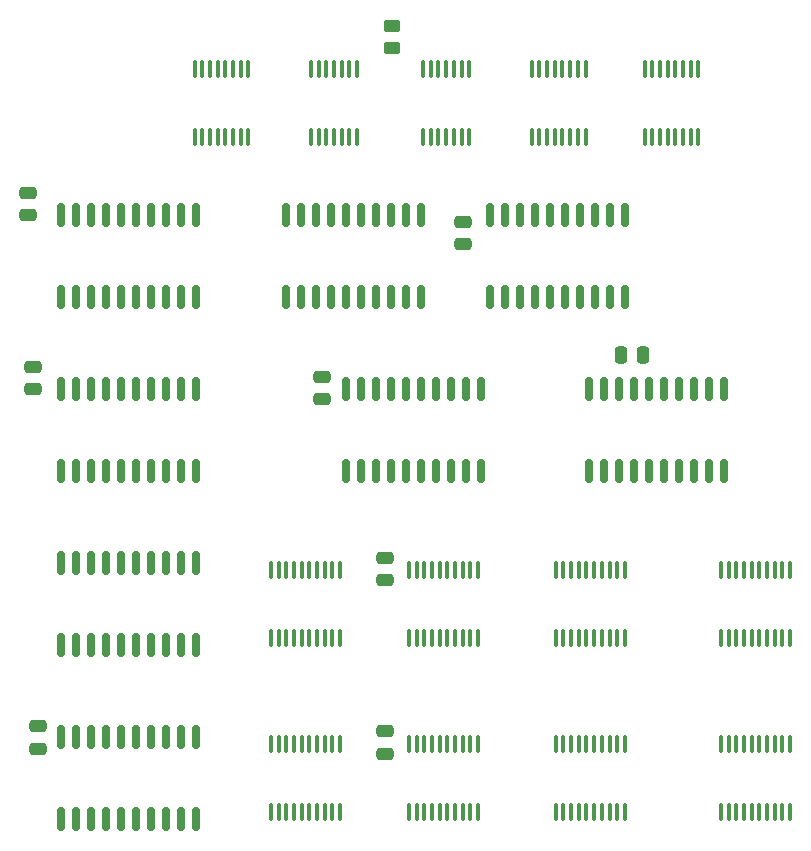
<source format=gbr>
%TF.GenerationSoftware,KiCad,Pcbnew,(6.0.0-0)*%
%TF.CreationDate,2022-02-14T21:13:18-05:00*%
%TF.ProjectId,Minified-Gpr,4d696e69-6669-4656-942d-4770722e6b69,rev?*%
%TF.SameCoordinates,Original*%
%TF.FileFunction,Paste,Top*%
%TF.FilePolarity,Positive*%
%FSLAX46Y46*%
G04 Gerber Fmt 4.6, Leading zero omitted, Abs format (unit mm)*
G04 Created by KiCad (PCBNEW (6.0.0-0)) date 2022-02-14 21:13:18*
%MOMM*%
%LPD*%
G01*
G04 APERTURE LIST*
G04 Aperture macros list*
%AMRoundRect*
0 Rectangle with rounded corners*
0 $1 Rounding radius*
0 $2 $3 $4 $5 $6 $7 $8 $9 X,Y pos of 4 corners*
0 Add a 4 corners polygon primitive as box body*
4,1,4,$2,$3,$4,$5,$6,$7,$8,$9,$2,$3,0*
0 Add four circle primitives for the rounded corners*
1,1,$1+$1,$2,$3*
1,1,$1+$1,$4,$5*
1,1,$1+$1,$6,$7*
1,1,$1+$1,$8,$9*
0 Add four rect primitives between the rounded corners*
20,1,$1+$1,$2,$3,$4,$5,0*
20,1,$1+$1,$4,$5,$6,$7,0*
20,1,$1+$1,$6,$7,$8,$9,0*
20,1,$1+$1,$8,$9,$2,$3,0*%
G04 Aperture macros list end*
%ADD10RoundRect,0.250000X0.475000X-0.250000X0.475000X0.250000X-0.475000X0.250000X-0.475000X-0.250000X0*%
%ADD11RoundRect,0.100000X0.100000X-0.637500X0.100000X0.637500X-0.100000X0.637500X-0.100000X-0.637500X0*%
%ADD12RoundRect,0.150000X0.150000X-0.837500X0.150000X0.837500X-0.150000X0.837500X-0.150000X-0.837500X0*%
%ADD13RoundRect,0.250000X-0.450000X0.262500X-0.450000X-0.262500X0.450000X-0.262500X0.450000X0.262500X0*%
%ADD14RoundRect,0.250000X-0.475000X0.250000X-0.475000X-0.250000X0.475000X-0.250000X0.475000X0.250000X0*%
%ADD15RoundRect,0.250000X-0.250000X-0.475000X0.250000X-0.475000X0.250000X0.475000X-0.250000X0.475000X0*%
G04 APERTURE END LIST*
D10*
%TO.C,C7*%
X104770000Y-133580000D03*
X104770000Y-131680000D03*
%TD*%
D11*
%TO.C,U20*%
X98507000Y-81348500D03*
X99157000Y-81348500D03*
X99807000Y-81348500D03*
X100457000Y-81348500D03*
X101107000Y-81348500D03*
X101757000Y-81348500D03*
X102407000Y-81348500D03*
X102407000Y-75623500D03*
X101757000Y-75623500D03*
X101107000Y-75623500D03*
X100457000Y-75623500D03*
X99807000Y-75623500D03*
X99157000Y-75623500D03*
X98507000Y-75623500D03*
%TD*%
%TO.C,U18*%
X133219000Y-138498500D03*
X133869000Y-138498500D03*
X134519000Y-138498500D03*
X135169000Y-138498500D03*
X135819000Y-138498500D03*
X136469000Y-138498500D03*
X137119000Y-138498500D03*
X137769000Y-138498500D03*
X138419000Y-138498500D03*
X139069000Y-138498500D03*
X139069000Y-132773500D03*
X138419000Y-132773500D03*
X137769000Y-132773500D03*
X137119000Y-132773500D03*
X136469000Y-132773500D03*
X135819000Y-132773500D03*
X135169000Y-132773500D03*
X134519000Y-132773500D03*
X133869000Y-132773500D03*
X133219000Y-132773500D03*
%TD*%
%TO.C,U8*%
X95119000Y-123766500D03*
X95769000Y-123766500D03*
X96419000Y-123766500D03*
X97069000Y-123766500D03*
X97719000Y-123766500D03*
X98369000Y-123766500D03*
X99019000Y-123766500D03*
X99669000Y-123766500D03*
X100319000Y-123766500D03*
X100969000Y-123766500D03*
X100969000Y-118041500D03*
X100319000Y-118041500D03*
X99669000Y-118041500D03*
X99019000Y-118041500D03*
X98369000Y-118041500D03*
X97719000Y-118041500D03*
X97069000Y-118041500D03*
X96419000Y-118041500D03*
X95769000Y-118041500D03*
X95119000Y-118041500D03*
%TD*%
D12*
%TO.C,U7*%
X77343000Y-139098500D03*
X78613000Y-139098500D03*
X79883000Y-139098500D03*
X81153000Y-139098500D03*
X82423000Y-139098500D03*
X83693000Y-139098500D03*
X84963000Y-139098500D03*
X86233000Y-139098500D03*
X87503000Y-139098500D03*
X88773000Y-139098500D03*
X88773000Y-132173500D03*
X87503000Y-132173500D03*
X86233000Y-132173500D03*
X84963000Y-132173500D03*
X83693000Y-132173500D03*
X82423000Y-132173500D03*
X81153000Y-132173500D03*
X79883000Y-132173500D03*
X78613000Y-132173500D03*
X77343000Y-132173500D03*
%TD*%
D10*
%TO.C,C8*%
X104820000Y-118870000D03*
X104820000Y-116970000D03*
%TD*%
D11*
%TO.C,U19*%
X126757000Y-81348500D03*
X127407000Y-81348500D03*
X128057000Y-81348500D03*
X128707000Y-81348500D03*
X129357000Y-81348500D03*
X130007000Y-81348500D03*
X130657000Y-81348500D03*
X131307000Y-81348500D03*
X131307000Y-75623500D03*
X130657000Y-75623500D03*
X130007000Y-75623500D03*
X129357000Y-75623500D03*
X128707000Y-75623500D03*
X128057000Y-75623500D03*
X127407000Y-75623500D03*
X126757000Y-75623500D03*
%TD*%
D13*
%TO.C,R1*%
X105410000Y-71985500D03*
X105410000Y-73810500D03*
%TD*%
D14*
%TO.C,C2*%
X111420000Y-88520000D03*
X111420000Y-90420000D03*
%TD*%
D11*
%TO.C,U15*%
X119245000Y-123762500D03*
X119895000Y-123762500D03*
X120545000Y-123762500D03*
X121195000Y-123762500D03*
X121845000Y-123762500D03*
X122495000Y-123762500D03*
X123145000Y-123762500D03*
X123795000Y-123762500D03*
X124445000Y-123762500D03*
X125095000Y-123762500D03*
X125095000Y-118037500D03*
X124445000Y-118037500D03*
X123795000Y-118037500D03*
X123145000Y-118037500D03*
X122495000Y-118037500D03*
X121845000Y-118037500D03*
X121195000Y-118037500D03*
X120545000Y-118037500D03*
X119895000Y-118037500D03*
X119245000Y-118037500D03*
%TD*%
D10*
%TO.C,C4*%
X75380000Y-133130000D03*
X75380000Y-131230000D03*
%TD*%
D12*
%TO.C,U1*%
X96393000Y-94902500D03*
X97663000Y-94902500D03*
X98933000Y-94902500D03*
X100203000Y-94902500D03*
X101473000Y-94902500D03*
X102743000Y-94902500D03*
X104013000Y-94902500D03*
X105283000Y-94902500D03*
X106553000Y-94902500D03*
X107823000Y-94902500D03*
X107823000Y-87977500D03*
X106553000Y-87977500D03*
X105283000Y-87977500D03*
X104013000Y-87977500D03*
X102743000Y-87977500D03*
X101473000Y-87977500D03*
X100203000Y-87977500D03*
X98933000Y-87977500D03*
X97663000Y-87977500D03*
X96393000Y-87977500D03*
%TD*%
D11*
%TO.C,U17*%
X119245000Y-138502500D03*
X119895000Y-138502500D03*
X120545000Y-138502500D03*
X121195000Y-138502500D03*
X121845000Y-138502500D03*
X122495000Y-138502500D03*
X123145000Y-138502500D03*
X123795000Y-138502500D03*
X124445000Y-138502500D03*
X125095000Y-138502500D03*
X125095000Y-132777500D03*
X124445000Y-132777500D03*
X123795000Y-132777500D03*
X123145000Y-132777500D03*
X122495000Y-132777500D03*
X121845000Y-132777500D03*
X121195000Y-132777500D03*
X120545000Y-132777500D03*
X119895000Y-132777500D03*
X119245000Y-132777500D03*
%TD*%
%TO.C,U2*%
X88657000Y-81348500D03*
X89307000Y-81348500D03*
X89957000Y-81348500D03*
X90607000Y-81348500D03*
X91257000Y-81348500D03*
X91907000Y-81348500D03*
X92557000Y-81348500D03*
X93207000Y-81348500D03*
X93207000Y-75623500D03*
X92557000Y-75623500D03*
X91907000Y-75623500D03*
X91257000Y-75623500D03*
X90607000Y-75623500D03*
X89957000Y-75623500D03*
X89307000Y-75623500D03*
X88657000Y-75623500D03*
%TD*%
%TO.C,U10*%
X95119000Y-138498500D03*
X95769000Y-138498500D03*
X96419000Y-138498500D03*
X97069000Y-138498500D03*
X97719000Y-138498500D03*
X98369000Y-138498500D03*
X99019000Y-138498500D03*
X99669000Y-138498500D03*
X100319000Y-138498500D03*
X100969000Y-138498500D03*
X100969000Y-132773500D03*
X100319000Y-132773500D03*
X99669000Y-132773500D03*
X99019000Y-132773500D03*
X98369000Y-132773500D03*
X97719000Y-132773500D03*
X97069000Y-132773500D03*
X96419000Y-132773500D03*
X95769000Y-132773500D03*
X95119000Y-132773500D03*
%TD*%
D10*
%TO.C,C6*%
X74960000Y-102700000D03*
X74960000Y-100800000D03*
%TD*%
D15*
%TO.C,C5*%
X124770000Y-99810000D03*
X126670000Y-99810000D03*
%TD*%
D12*
%TO.C,U5*%
X77343000Y-109634500D03*
X78613000Y-109634500D03*
X79883000Y-109634500D03*
X81153000Y-109634500D03*
X82423000Y-109634500D03*
X83693000Y-109634500D03*
X84963000Y-109634500D03*
X86233000Y-109634500D03*
X87503000Y-109634500D03*
X88773000Y-109634500D03*
X88773000Y-102709500D03*
X87503000Y-102709500D03*
X86233000Y-102709500D03*
X84963000Y-102709500D03*
X83693000Y-102709500D03*
X82423000Y-102709500D03*
X81153000Y-102709500D03*
X79883000Y-102709500D03*
X78613000Y-102709500D03*
X77343000Y-102709500D03*
%TD*%
%TO.C,U13*%
X113665000Y-94902500D03*
X114935000Y-94902500D03*
X116205000Y-94902500D03*
X117475000Y-94902500D03*
X118745000Y-94902500D03*
X120015000Y-94902500D03*
X121285000Y-94902500D03*
X122555000Y-94902500D03*
X123825000Y-94902500D03*
X125095000Y-94902500D03*
X125095000Y-87977500D03*
X123825000Y-87977500D03*
X122555000Y-87977500D03*
X121285000Y-87977500D03*
X120015000Y-87977500D03*
X118745000Y-87977500D03*
X117475000Y-87977500D03*
X116205000Y-87977500D03*
X114935000Y-87977500D03*
X113665000Y-87977500D03*
%TD*%
%TO.C,U14*%
X122065000Y-109598500D03*
X123335000Y-109598500D03*
X124605000Y-109598500D03*
X125875000Y-109598500D03*
X127145000Y-109598500D03*
X128415000Y-109598500D03*
X129685000Y-109598500D03*
X130955000Y-109598500D03*
X132225000Y-109598500D03*
X133495000Y-109598500D03*
X133495000Y-102673500D03*
X132225000Y-102673500D03*
X130955000Y-102673500D03*
X129685000Y-102673500D03*
X128415000Y-102673500D03*
X127145000Y-102673500D03*
X125875000Y-102673500D03*
X124605000Y-102673500D03*
X123335000Y-102673500D03*
X122065000Y-102673500D03*
%TD*%
D10*
%TO.C,C3*%
X99480000Y-103560000D03*
X99480000Y-101660000D03*
%TD*%
D11*
%TO.C,U11*%
X106803000Y-138498500D03*
X107453000Y-138498500D03*
X108103000Y-138498500D03*
X108753000Y-138498500D03*
X109403000Y-138498500D03*
X110053000Y-138498500D03*
X110703000Y-138498500D03*
X111353000Y-138498500D03*
X112003000Y-138498500D03*
X112653000Y-138498500D03*
X112653000Y-132773500D03*
X112003000Y-132773500D03*
X111353000Y-132773500D03*
X110703000Y-132773500D03*
X110053000Y-132773500D03*
X109403000Y-132773500D03*
X108753000Y-132773500D03*
X108103000Y-132773500D03*
X107453000Y-132773500D03*
X106803000Y-132773500D03*
%TD*%
%TO.C,U21*%
X108012000Y-81348500D03*
X108662000Y-81348500D03*
X109312000Y-81348500D03*
X109962000Y-81348500D03*
X110612000Y-81348500D03*
X111262000Y-81348500D03*
X111912000Y-81348500D03*
X111912000Y-75623500D03*
X111262000Y-75623500D03*
X110612000Y-75623500D03*
X109962000Y-75623500D03*
X109312000Y-75623500D03*
X108662000Y-75623500D03*
X108012000Y-75623500D03*
%TD*%
%TO.C,U9*%
X106803000Y-123766500D03*
X107453000Y-123766500D03*
X108103000Y-123766500D03*
X108753000Y-123766500D03*
X109403000Y-123766500D03*
X110053000Y-123766500D03*
X110703000Y-123766500D03*
X111353000Y-123766500D03*
X112003000Y-123766500D03*
X112653000Y-123766500D03*
X112653000Y-118041500D03*
X112003000Y-118041500D03*
X111353000Y-118041500D03*
X110703000Y-118041500D03*
X110053000Y-118041500D03*
X109403000Y-118041500D03*
X108753000Y-118041500D03*
X108103000Y-118041500D03*
X107453000Y-118041500D03*
X106803000Y-118041500D03*
%TD*%
%TO.C,U16*%
X133219000Y-123766500D03*
X133869000Y-123766500D03*
X134519000Y-123766500D03*
X135169000Y-123766500D03*
X135819000Y-123766500D03*
X136469000Y-123766500D03*
X137119000Y-123766500D03*
X137769000Y-123766500D03*
X138419000Y-123766500D03*
X139069000Y-123766500D03*
X139069000Y-118041500D03*
X138419000Y-118041500D03*
X137769000Y-118041500D03*
X137119000Y-118041500D03*
X136469000Y-118041500D03*
X135819000Y-118041500D03*
X135169000Y-118041500D03*
X134519000Y-118041500D03*
X133869000Y-118041500D03*
X133219000Y-118041500D03*
%TD*%
D12*
%TO.C,U4*%
X77343000Y-94902500D03*
X78613000Y-94902500D03*
X79883000Y-94902500D03*
X81153000Y-94902500D03*
X82423000Y-94902500D03*
X83693000Y-94902500D03*
X84963000Y-94902500D03*
X86233000Y-94902500D03*
X87503000Y-94902500D03*
X88773000Y-94902500D03*
X88773000Y-87977500D03*
X87503000Y-87977500D03*
X86233000Y-87977500D03*
X84963000Y-87977500D03*
X83693000Y-87977500D03*
X82423000Y-87977500D03*
X81153000Y-87977500D03*
X79883000Y-87977500D03*
X78613000Y-87977500D03*
X77343000Y-87977500D03*
%TD*%
D10*
%TO.C,C1*%
X74550000Y-87960000D03*
X74550000Y-86060000D03*
%TD*%
D12*
%TO.C,U6*%
X77343000Y-124366500D03*
X78613000Y-124366500D03*
X79883000Y-124366500D03*
X81153000Y-124366500D03*
X82423000Y-124366500D03*
X83693000Y-124366500D03*
X84963000Y-124366500D03*
X86233000Y-124366500D03*
X87503000Y-124366500D03*
X88773000Y-124366500D03*
X88773000Y-117441500D03*
X87503000Y-117441500D03*
X86233000Y-117441500D03*
X84963000Y-117441500D03*
X83693000Y-117441500D03*
X82423000Y-117441500D03*
X81153000Y-117441500D03*
X79883000Y-117441500D03*
X78613000Y-117441500D03*
X77343000Y-117441500D03*
%TD*%
D11*
%TO.C,U3*%
X117212000Y-81348500D03*
X117862000Y-81348500D03*
X118512000Y-81348500D03*
X119162000Y-81348500D03*
X119812000Y-81348500D03*
X120462000Y-81348500D03*
X121112000Y-81348500D03*
X121762000Y-81348500D03*
X121762000Y-75623500D03*
X121112000Y-75623500D03*
X120462000Y-75623500D03*
X119812000Y-75623500D03*
X119162000Y-75623500D03*
X118512000Y-75623500D03*
X117862000Y-75623500D03*
X117212000Y-75623500D03*
%TD*%
D12*
%TO.C,U12*%
X101470000Y-109630000D03*
X102740000Y-109630000D03*
X104010000Y-109630000D03*
X105280000Y-109630000D03*
X106550000Y-109630000D03*
X107820000Y-109630000D03*
X109090000Y-109630000D03*
X110360000Y-109630000D03*
X111630000Y-109630000D03*
X112900000Y-109630000D03*
X112900000Y-102705000D03*
X111630000Y-102705000D03*
X110360000Y-102705000D03*
X109090000Y-102705000D03*
X107820000Y-102705000D03*
X106550000Y-102705000D03*
X105280000Y-102705000D03*
X104010000Y-102705000D03*
X102740000Y-102705000D03*
X101470000Y-102705000D03*
%TD*%
M02*

</source>
